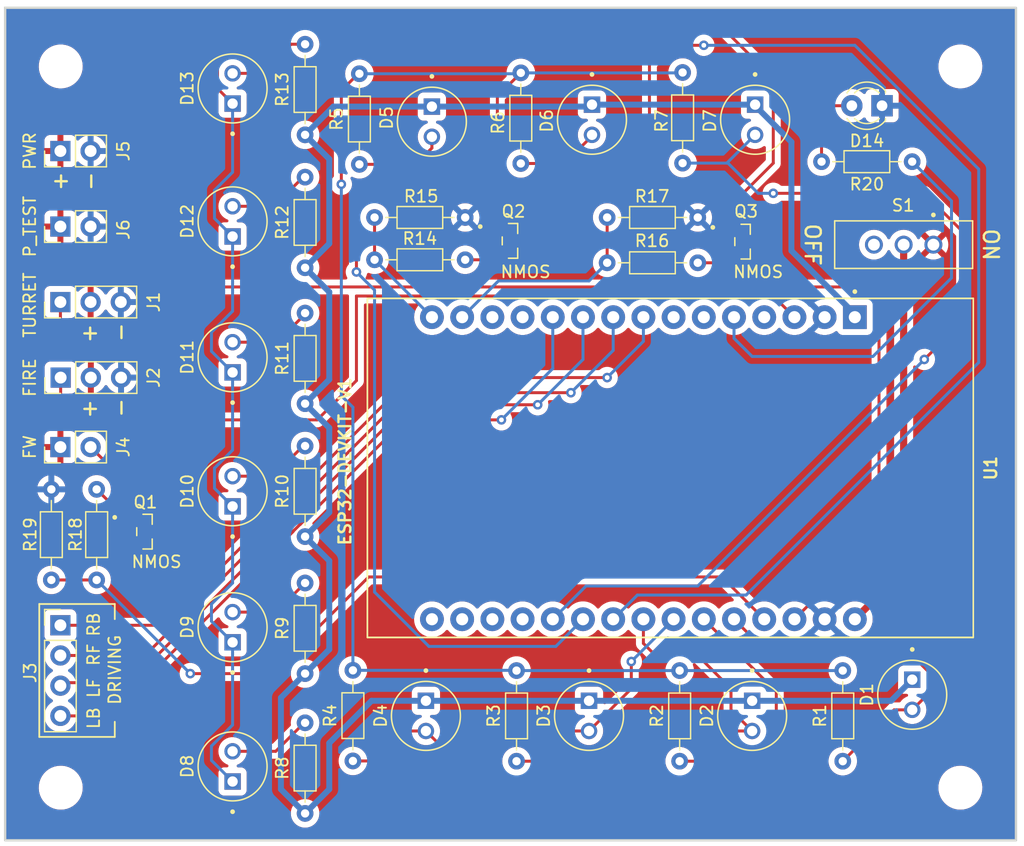
<source format=kicad_pcb>
(kicad_pcb (version 20221018) (generator pcbnew)
  (title_block (title "RC-TTT") (date "2/24/2024") (rev "V1"))
  (layers (0 "F.Cu" signal) (31 "B.Cu" signal) (34 "B.Paste" user) (35 "F.Paste" user) (36 "B.SilkS" user "B.Silkscreen") (37 "F.SilkS" user "F.Silkscreen") (38 "B.Mask" user) (39 "F.Mask" user) (44 "Edge.Cuts" user))
  (net 0 "")
  (net 1 "+3V3")
  (net 2 "/IR_S_1")
  (net 3 "/IR_S_2")
  (net 4 "/IR_S_3")
  (net 5 "/IR_S_4")
  (net 6 "/IR_S_5")
  (net 7 "/IR_S_6")
  (net 8 "/IR_S_7")
  (net 9 "Net-(D10-K)")
  (net 10 "Net-(D8-A)")
  (net 11 "Net-(D9-A)")
  (net 12 "Net-(D10-A)")
  (net 13 "Net-(D11-A)")
  (net 14 "Net-(D12-A)")
  (net 15 "Net-(D13-A)")
  (net 16 "GND")
  (net 17 "Net-(D14-A)")
  (net 18 "/TURRET")
  (net 19 "/FIRE")
  (net 20 "/RB")
  (net 21 "/RF")
  (net 22 "/LF")
  (net 23 "/LB")
  (net 24 "Net-(J4-Pin_2)")
  (net 25 "Net-(Q1-G)")
  (net 26 "Net-(Q2-D)")
  (net 27 "Net-(Q2-G)")
  (net 28 "Net-(Q3-G)")
  (net 29 "/DET_NMOS")
  (net 30 "/LED_NMOS")
  (net 31 "/FW")
  (net 32 "/TEST")
  (net 33 "Net-(U1-VIN)")
  (net 44 "/3.3V")
  (footprint "Resistor_THT:R_Axial_DIN0204_L3.6mm_D1.6mm_P7.62mm_Horizontal" (layer "F.Cu") (at 138.684 87.376 180)
    (fp_text reference "R15" (at 3.699 1.778 180) (layer "F.SilkS"))
    (fp_text value "10K")
    (pad "1" thru_hole circle (at 0 0 180) (size 1.4 1.4) (drill 0.7) (layers "*.Cu" "*.Mask") (net 16 "GND"))
    (pad "2" thru_hole oval (at 7.62 0 180) (size 1.4 1.4) (drill 0.7) (layers "*.Cu" "*.Mask") (net 29 "/DET_NMOS"))
  )
  (footprint "Resistor_THT:R_Axial_DIN0204_L3.6mm_D1.6mm_P7.62mm_Horizontal" (layer "F.Cu") (at 176.271 82.682 180)
    (fp_text reference "R20" (at 3.805 -1.9) (layer "F.SilkS"))
    (fp_text value "1K")
    (pad "1" thru_hole circle (at 0 0 180) (size 1.4 1.4) (drill 0.7) (layers "*.Cu" "*.Mask") (net 32 "/TEST"))
    (pad "2" thru_hole oval (at 7.62 0 180) (size 1.4 1.4) (drill 0.7) (layers "*.Cu" "*.Mask") (net 17 "Net-(D14-A)"))
  )
  (footprint "Resistor_THT:R_Axial_DIN0204_L3.6mm_D1.6mm_P7.62mm_Horizontal" (layer "F.Cu") (at 129.789 82.9085 90)
    (fp_text reference "R5" (at 3.81 -1.92 90) (layer "F.SilkS"))
    (fp_text value "1K")
    (pad "1" thru_hole circle (at 0 0 90) (size 1.4 1.4) (drill 0.7) (layers "*.Cu" "*.Mask") (net 6 "/IR_S_5"))
    (pad "2" thru_hole oval (at 7.62 0 90) (size 1.4 1.4) (drill 0.7) (layers "*.Cu" "*.Mask") (net 26 "Net-(Q2-D)"))
  )
  (footprint "Resistor_THT:R_Axial_DIN0204_L3.6mm_D1.6mm_P7.62mm_Horizontal" (layer "F.Cu") (at 125.222 80.4275 90)
    (fp_text reference "R13" (at 3.81 -1.92 90) (layer "F.SilkS"))
    (fp_text value "100")
    (pad "1" thru_hole circle (at 0 0 90) (size 1.4 1.4) (drill 0.7) (layers "*.Cu" "*.Mask") (net 44 "/3.3V"))
    (pad "2" thru_hole oval (at 7.62 0 90) (size 1.4 1.4) (drill 0.7) (layers "*.Cu" "*.Mask") (net 15 "Net-(D13-A)"))
  )
  (footprint "tank_pcb:LEDRD254W51D580H870" (layer "F.Cu") (at 119.126 87.703 90)
    (fp_text reference "D12" (at 0 -3.81 90) (layer "F.SilkS"))
    (fp_text value "IR_LED")
    (pad "1" thru_hole rect (at -1.27 0 90) (size 1.378 1.378) (drill 0.87) (layers "*.Cu" "*.Mask") (net 9 "Net-(D10-K)"))
    (pad "2" thru_hole circle (at 1.27 0 90) (size 1.378 1.378) (drill 0.87) (layers "*.Cu" "*.Mask") (net 14 "Net-(D12-A)"))
  )
  (footprint "library_fp:MODULE_ESP32_DEVKIT_V1" (layer "F.Cu") (at 155.935 108.458 -90)
    (fp_text reference "U1" (at 0 -26.945 90) (layer "F.SilkS") (effects (font (thickness 0.2) bold)))
    (fp_text value "ESP32-DEVKIT-V1" (at -0.56 27.36 90) (layer "F.SilkS") (effects (font (thickness 0.2) bold)))
    (pad "1" thru_hole rect (at -12.7 -15.515 270) (size 2 2) (drill 1.02) (layers "*.Cu" "*.Mask") (net 44 "/3.3V"))
    (pad "2" thru_hole circle (at -12.7 -12.975 270) (size 2 2) (drill 1.02) (layers "*.Cu" "*.Mask") (net 16 "GND"))
    (pad "3" thru_hole circle (at -12.7 -10.435 270) (size 2 2) (drill 1.02) (layers "*.Cu" "*.Mask") (net 19 "/FIRE"))
    (pad "4" thru_hole circle (at -12.7 -7.895 270) (size 2 2) (drill 1.02) (layers "*.Cu" "*.Mask"))
    (pad "5" thru_hole circle (at -12.7 -5.355 270) (size 2 2) (drill 1.02) (layers "*.Cu" "*.Mask") (net 32 "/TEST"))
    (pad "6" thru_hole circle (at -12.7 -2.815 270) (size 2 2) (drill 1.02) (layers "*.Cu" "*.Mask"))
    (pad "7" thru_hole circle (at -12.7 -0.275 270) (size 2 2) (drill 1.02) (layers "*.Cu" "*.Mask"))
    (pad "8" thru_hole circle (at -12.7 2.265 270) (size 2 2) (drill 1.02) (layers "*.Cu" "*.Mask") (net 20 "/RB"))
    (pad "9" thru_hole circle (at -12.7 4.805 270) (size 2 2) (drill 1.02) (layers "*.Cu" "*.Mask") (net 21 "/RF"))
    (pad "10" thru_hole circle (at -12.7 7.345 270) (size 2 2) (drill 1.02) (layers "*.Cu" "*.Mask") (net 22 "/LF"))
    (pad "11" thru_hole circle (at -12.7 9.885 270) (size 2 2) (drill 1.02) (layers "*.Cu" "*.Mask") (net 23 "/LB"))
    (pad "12" thru_hole circle (at -12.7 12.425 270) (size 2 2) (drill 1.02) (layers "*.Cu" "*.Mask"))
    (pad "13" thru_hole circle (at -12.7 14.965 270) (size 2 2) (drill 1.02) (layers "*.Cu" "*.Mask"))
    (pad "14" thru_hole circle (at -12.7 17.505 270) (size 2 2) (drill 1.02) (layers "*.Cu" "*.Mask") (net 30 "/LED_NMOS"))
    (pad "15" thru_hole circle (at -12.7 20.045 270) (size 2 2) (drill 1.02) (layers "*.Cu" "*.Mask") (net 29 "/DET_NMOS"))
    (pad "16" thru_hole circle (at 12.7 20.045 270) (size 2 2) (drill 1.02) (layers "*.Cu" "*.Mask"))
    (pad "17" thru_hole circle (at 12.7 17.505 270) (size 2 2) (drill 1.02) (layers "*.Cu" "*.Mask"))
    (pad "18" thru_hole circle (at 12.7 14.965 270) (size 2 2) (drill 1.02) (layers "*.Cu" "*.Mask"))
    (pad "19" thru_hole circle (at 12.7 12.425 270) (size 2 2) (drill 1.02) (layers "*.Cu" "*.Mask"))
    (pad "20" thru_hole circle (at 12.7 9.885 270) (size 2 2) (drill 1.02) (layers "*.Cu" "*.Mask") (net 8 "/IR_S_7"))
    (pad "21" thru_hole circle (at 12.7 7.345 270) (size 2 2) (drill 1.02) (layers "*.Cu" "*.Mask") (net 6 "/IR_S_5"))
    (pad "22" thru_hole circle (at 12.7 4.805 270) (size 2 2) (drill 1.02) (layers "*.Cu" "*.Mask") (net 7 "/IR_S_6"))
    (pad "23" thru_hole circle (at 12.7 2.265 270) (size 2 2) (drill 1.02) (layers "*.Cu" "*.Mask") (net 3 "/IR_S_2"))
    (pad "24" thru_hole circle (at 12.7 -0.275 270) (size 2 2) (drill 1.02) (layers "*.Cu" "*.Mask") (net 4 "/IR_S_3"))
    (pad "25" thru_hole circle (at 12.7 -2.815 270) (size 2 2) (drill 1.02) (layers "*.Cu" "*.Mask") (net 5 "/IR_S_4"))
    (pad "26" thru_hole circle (at 12.7 -5.355 270) (size 2 2) (drill 1.02) (layers "*.Cu" "*.Mask") (net 2 "/IR_S_1"))
    (pad "27" thru_hole circle (at 12.7 -7.895 270) (size 2 2) (drill 1.02) (layers "*.Cu" "*.Mask") (net 31 "/FW"))
    (pad "28" thru_hole circle (at 12.7 -10.435 270) (size 2 2) (drill 1.02) (layers "*.Cu" "*.Mask") (net 18 "/TURRET"))
    (pad "29" thru_hole circle (at 12.7 -12.975 270) (size 2 2) (drill 1.02) (layers "*.Cu" "*.Mask") (net 16 "GND"))
    (pad "30" thru_hole circle (at 12.7 -15.515 270) (size 2 2) (drill 1.02) (layers "*.Cu" "*.Mask") (net 33 "Net-(U1-VIN)"))
  )
  (footprint "2N7002LT1G:SOT95P240X111-3N" (layer "F.Cu") (at 162.008 89.408)
    (fp_text reference "Q3" (at 0.298 -2.54) (layer "F.SilkS"))
    (fp_text value "NMOS" (at 1.314 2.54) (layer "F.SilkS"))
    (pad "1" smd roundrect (at -1.06 -0.95) (size 1.23 0.6) (layers "F.Cu" "F.Paste" "F.Mask") (roundrect_rratio 0.07) (net 9 "Net-(D10-K)"))
    (pad "2" smd roundrect (at -1.06 0.95) (size 1.23 0.6) (layers "F.Cu" "F.Paste" "F.Mask") (roundrect_rratio 0.07) (net 28 "Net-(Q3-G)"))
    (pad "3" smd roundrect (at 1.06 0) (size 1.23 0.6) (layers "F.Cu" "F.Paste" "F.Mask") (roundrect_rratio 0.07) (net 16 "GND"))
  )
  (footprint "2N7002LT1G:SOT95P240X111-3N" (layer "F.Cu") (at 142.45 89.342)
    (fp_text reference "Q2" (at 0.298 -2.474) (layer "F.SilkS"))
    (fp_text value "NMOS" (at 1.314 2.606) (layer "F.SilkS"))
    (pad "1" smd roundrect (at -1.06 -0.95) (size 1.23 0.6) (layers "F.Cu" "F.Paste" "F.Mask") (roundrect_rratio 0.07) (net 26 "Net-(Q2-D)"))
    (pad "2" smd roundrect (at -1.06 0.95) (size 1.23 0.6) (layers "F.Cu" "F.Paste" "F.Mask") (roundrect_rratio 0.07) (net 27 "Net-(Q2-G)"))
    (pad "3" smd roundrect (at 1.06 0) (size 1.23 0.6) (layers "F.Cu" "F.Paste" "F.Mask") (roundrect_rratio 0.07) (net 16 "GND"))
  )
  (footprint "Resistor_THT:R_Axial_DIN0204_L3.6mm_D1.6mm_P7.62mm_Horizontal" (layer "F.Cu") (at 138.684 90.932 180)
    (fp_text reference "R14" (at 3.81 1.778 180) (layer "F.SilkS"))
    (fp_text value "100")
    (pad "1" thru_hole circle (at 0 0 180) (size 1.4 1.4) (drill 0.7) (layers "*.Cu" "*.Mask") (net 27 "Net-(Q2-G)"))
    (pad "2" thru_hole oval (at 7.62 0 180) (size 1.4 1.4) (drill 0.7) (layers "*.Cu" "*.Mask") (net 29 "/DET_NMOS"))
  )
  (footprint "tank_pcb:LEDRD254W51D580H870" (layer "F.Cu") (at 176.276 127.508 -90)
    (fp_text reference "D1" (at 0 3.81 -270) (layer "F.SilkS"))
    (fp_text value "IR_Photo")
    (pad "1" thru_hole rect (at -1.27 0 270) (size 1.378 1.378) (drill 0.87) (layers "*.Cu" "*.Mask") (net 44 "/3.3V"))
    (pad "2" thru_hole circle (at 1.27 0 270) (size 1.378 1.378) (drill 0.87) (layers "*.Cu" "*.Mask") (net 2 "/IR_S_1"))
  )
  (footprint "Resistor_THT:R_Axial_DIN0204_L3.6mm_D1.6mm_P7.62mm_Horizontal" (layer "F.Cu") (at 125.222 125.73 90)
    (fp_text reference "R9" (at 3.81 -1.92 90) (layer "F.SilkS"))
    (fp_text value "100")
    (pad "1" thru_hole circle (at 0 0 90) (size 1.4 1.4) (drill 0.7) (layers "*.Cu" "*.Mask") (net 44 "/3.3V"))
    (pad "2" thru_hole oval (at 7.62 0 90) (size 1.4 1.4) (drill 0.7) (layers "*.Cu" "*.Mask") (net 11 "Net-(D9-A)"))
  )
  (footprint "Resistor_THT:R_Axial_DIN0204_L3.6mm_D1.6mm_P7.62mm_Horizontal" (layer "F.Cu") (at 156.967 82.804 90)
    (fp_text reference "R7" (at 3.556 -1.773 90) (layer "F.SilkS"))
    (fp_text value "1K")
    (pad "1" thru_hole circle (at 0 0 90) (size 1.4 1.4) (drill 0.7) (layers "*.Cu" "*.Mask") (net 8 "/IR_S_7"))
    (pad "2" thru_hole oval (at 7.62 0 90) (size 1.4 1.4) (drill 0.7) (layers "*.Cu" "*.Mask") (net 26 "Net-(Q2-D)"))
  )
  (footprint "Resistor_THT:R_Axial_DIN0204_L3.6mm_D1.6mm_P7.62mm_Horizontal" (layer "F.Cu") (at 156.718 133.096 90)
    (fp_text reference "R2" (at 3.81 -1.92 90) (layer "F.SilkS"))
    (fp_text value "1K")
    (pad "1" thru_hole circle (at 0 0 90) (size 1.4 1.4) (drill 0.7) (layers "*.Cu" "*.Mask") (net 3 "/IR_S_2"))
    (pad "2" thru_hole oval (at 7.62 0 90) (size 1.4 1.4) (drill 0.7) (layers "*.Cu" "*.Mask") (net 26 "Net-(Q2-D)"))
  )
  (footprint "tank_pcb:LEDRD254W51D580H870" (layer "F.Cu") (at 119.126 76.527 90)
    (fp_text reference "D13" (at 0 -3.81 90) (layer "F.SilkS"))
    (fp_text value "IR_LED")
    (pad "1" thru_hole rect (at -1.27 0 90) (size 1.378 1.378) (drill 0.87) (layers "*.Cu" "*.Mask") (net 9 "Net-(D10-K)"))
    (pad "2" thru_hole circle (at 1.27 0 90) (size 1.378 1.378) (drill 0.87) (layers "*.Cu" "*.Mask") (net 15 "Net-(D13-A)"))
  )
  (footprint "Resistor_THT:R_Axial_DIN0204_L3.6mm_D1.6mm_P7.62mm_Horizontal" (layer "F.Cu") (at 158.242 87.376 180)
    (fp_text reference "R17" (at 3.842 1.778 180) (layer "F.SilkS"))
    (fp_text value "10K")
    (pad "1" thru_hole circle (at 0 0 180) (size 1.4 1.4) (drill 0.7) (layers "*.Cu" "*.Mask") (net 16 "GND"))
    (pad "2" thru_hole oval (at 7.62 0 180) (size 1.4 1.4) (drill 0.7) (layers "*.Cu" "*.Mask") (net 30 "/LED_NMOS"))
  )
  (footprint "tank_pcb:LEDRD254W51D580H870" (layer "F.Cu") (at 119.126 99.133 90)
    (fp_text reference "D11" (at 0 -3.81 90) (layer "F.SilkS"))
    (fp_text value "IR_LED")
    (pad "1" thru_hole rect (at -1.27 0 90) (size 1.378 1.378) (drill 0.87) (layers "*.Cu" "*.Mask") (net 9 "Net-(D10-K)"))
    (pad "2" thru_hole circle (at 1.27 0 90) (size 1.378 1.378) (drill 0.87) (layers "*.Cu" "*.Mask") (net 13 "Net-(D11-A)"))
  )
  (footprint "MountingHole:MountingHole_3.2mm_M3" (layer "F.Cu") (at 180.324 135.324)
    (fp_text reference "REF**" hide)
    (fp_text value "M3_4" hide)
    (pad "" np_thru_hole circle (at 0 0) (size 3.2 3.2) (drill 3.2) (layers "F&B.Cu" "*.Mask"))
  )
  (footprint "Connector_PinHeader_2.54mm:PinHeader_1x03_P2.54mm_Vertical" (layer "F.Cu") (at 104.648 94.488 90)
    (fp_text reference "J1" (at 0 7.835 90) (layer "F.SilkS"))
    (fp_text value "TURRET" (at -0.254 -2.579 90) (layer "F.SilkS"))
    (pad "1" thru_hole rect (at 0 0 90) (size 1.7 1.7) (drill 1) (layers "*.Cu" "*.Mask") (net 18 "/TURRET"))
    (pad "2" thru_hole oval (at 0 2.54 90) (size 1.7 1.7) (drill 1) (layers "*.Cu" "*.Mask") (net 1 "+3V3"))
    (pad "3" thru_hole oval (at 0 5.08 90) (size 1.7 1.7) (drill 1) (layers "*.Cu" "*.Mask") (net 16 "GND"))
  )
  (footprint "Resistor_THT:R_Axial_DIN0204_L3.6mm_D1.6mm_P7.62mm_Horizontal" (layer "F.Cu") (at 170.434 133.096 90)
    (fp_text reference "R1" (at 3.81 -1.92 90) (layer "F.SilkS"))
    (fp_text value "1K")
    (pad "1" thru_hole circle (at 0 0 90) (size 1.4 1.4) (drill 0.7) (layers "*.Cu" "*.Mask") (net 2 "/IR_S_1"))
    (pad "2" thru_hole oval (at 7.62 0 90) (size 1.4 1.4) (drill 0.7) (layers "*.Cu" "*.Mask") (net 26 "Net-(Q2-D)"))
  )
  (footprint "2N7002LT1G:SOT95P240X111-3N" (layer "F.Cu") (at 111.716 113.792)
    (fp_text reference "Q1" (at 0.078 -2.474) (layer "F.SilkS"))
    (fp_text value "NMOS" (at 1.016 2.54) (layer "F.SilkS"))
    (pad "1" smd roundrect (at -1.06 -0.95) (size 1.23 0.6) (layers "F.Cu" "F.Paste" "F.Mask") (roundrect_rratio 0.07) (net 24 "Net-(J4-Pin_2)"))
    (pad "2" smd roundrect (at -1.06 0.95) (size 1.23 0.6) (layers "F.Cu" "F.Paste" "F.Mask") (roundrect_rratio 0.07) (net 25 "Net-(Q1-G)"))
    (pad "3" smd roundrect (at 1.06 0) (size 1.23 0.6) (layers "F.Cu" "F.Paste" "F.Mask") (roundrect_rratio 0.07) (net 16 "GND"))
  )
  (footprint "Resistor_THT:R_Axial_DIN0204_L3.6mm_D1.6mm_P7.62mm_Horizontal" (layer "F.Cu") (at 143.3625 82.8355 90)
    (fp_text reference "R6" (at 3.424 -1.92 90) (layer "F.SilkS"))
    (fp_text value "1K")
    (pad "1" thru_hole circle (at 0 0 90) (size 1.4 1.4) (drill 0.7) (layers "*.Cu" "*.Mask") (net 7 "/IR_S_6"))
    (pad "2" thru_hole oval (at 7.62 0 90) (size 1.4 1.4) (drill 0.7) (layers "*.Cu" "*.Mask") (net 26 "Net-(Q2-D)"))
  )
  (footprint "tank_pcb:LEDRD254W51D580H870" (layer "F.Cu") (at 119.126 133.534 90)
    (fp_text reference "D8" (at 0 -3.81 90) (layer "F.SilkS"))
    (fp_text value "IR_LED")
    (pad "1" thru_hole rect (at -1.27 0 90) (size 1.378 1.378) (drill 0.87) (layers "*.Cu" "*.Mask") (net 9 "Net-(D10-K)"))
    (pad "2" thru_hole circle (at 1.27 0 90) (size 1.378 1.378) (drill 0.87) (layers "*.Cu" "*.Mask") (net 10 "Net-(D8-A)"))
  )
  (footprint "Connector_PinHeader_2.54mm:PinHeader_1x03_P2.54mm_Vertical" (layer "F.Cu") (at 104.668 100.838 90)
    (fp_text reference "J2" (at 0 7.815 90) (layer "F.SilkS"))
    (fp_text value "FIRE" (at 0 -2.599 90) (layer "F.SilkS"))
    (pad "1" thru_hole rect (at 0 0 90) (size 1.7 1.7) (drill 1) (layers "*.Cu" "*.Mask") (net 19 "/FIRE"))
    (pad "2" thru_hole oval (at 0 2.54 90) (size 1.7 1.7) (drill 1) (layers "*.Cu" "*.Mask") (net 1 "+3V3"))
    (pad "3" thru_hole oval (at 0 5.08 90) (size 1.7 1.7) (drill 1) (layers "*.Cu" "*.Mask") (net 16 "GND"))
  )
  (footprint "Resistor_THT:R_Axial_DIN0204_L3.6mm_D1.6mm_P7.62mm_Horizontal" (layer "F.Cu") (at 129.244 133.075 90)
    (fp_text reference "R4" (at 3.81 -1.92 90) (layer "F.SilkS"))
    (fp_text value "1K")
    (pad "1" thru_hole circle (at 0 0 90) (size 1.4 1.4) (drill 0.7) (layers "*.Cu" "*.Mask") (net 5 "/IR_S_4"))
    (pad "2" thru_hole oval (at 7.62 0 90) (size 1.4 1.4) (drill 0.7) (layers "*.Cu" "*.Mask") (net 26 "Net-(Q2-D)"))
  )
  (footprint "Resistor_THT:R_Axial_DIN0204_L3.6mm_D1.6mm_P7.62mm_Horizontal" (layer "F.Cu") (at 125.222 137.487 90)
    (fp_text reference "R8" (at 3.81 -1.92 90) (layer "F.SilkS"))
    (fp_text value "100")
    (pad "1" thru_hole circle (at 0 0 90) (size 1.4 1.4) (drill 0.7) (layers "*.Cu" "*.Mask") (net 44 "/3.3V"))
    (pad "2" thru_hole oval (at 7.62 0 90) (size 1.4 1.4) (drill 0.7) (layers "*.Cu" "*.Mask") (net 10 "Net-(D8-A)"))
  )
  (footprint "tank_pcb:LEDRD254W51D580H870" (layer "F.Cu") (at 135.885 79.321 -90)
    (fp_text reference "D5" (at -0.327 3.805 90) (layer "F.SilkS"))
    (fp_text value "IR_Photo")
    (pad "1" thru_hole rect (at -1.27 0 270) (size 1.378 1.378) (drill 0.87) (layers "*.Cu" "*.Mask") (net 44 "/3.3V"))
    (pad "2" thru_hole circle (at 1.27 0 270) (size 1.378 1.378) (drill 0.87) (layers "*.Cu" "*.Mask") (net 6 "/IR_S_5"))
  )
  (footprint "Resistor_THT:R_Axial_DIN0204_L3.6mm_D1.6mm_P7.62mm_Horizontal" (layer "F.Cu") (at 107.696 117.856 90)
    (fp_text reference "R18" (at 3.81 -1.778 90) (layer "F.SilkS"))
    (fp_text value "100")
    (pad "1" thru_hole circle (at 0 0 90) (size 1.4 1.4) (drill 0.7) (layers "*.Cu" "*.Mask") (net 31 "/FW"))
    (pad "2" thru_hole oval (at 7.62 0 90) (size 1.4 1.4) (drill 0.7) (layers "*.Cu" "*.Mask") (net 25 "Net-(Q1-G)"))
  )
  (footprint "tank_pcb:LEDRD254W51D580H870" (layer "F.Cu") (at 119.126 110.3995 90)
    (fp_text reference "D10" (at 0 -3.81 90) (layer "F.SilkS"))
    (fp_text value "IR_LED")
    (pad "1" thru_hole rect (at -1.27 0 90) (size 1.378 1.378) (drill 0.87) (layers "*.Cu" "*.Mask") (net 9 "Net-(D10-K)"))
    (pad "2" thru_hole circle (at 1.27 0 90) (size 1.378 1.378) (drill 0.87) (layers "*.Cu" "*.Mask") (net 12 "Net-(D10-A)"))
  )
  (footprint "LED_THT:LED_D3.0mm" (layer "F.Cu") (at 173.736 77.978 180)
    (fp_text reference "D14" (at 1.27 -2.96) (layer "F.SilkS"))
    (fp_text value "Test_LED")
    (pad "1" thru_hole rect (at 0 0 180) (size 1.8 1.8) (drill 0.9) (layers "*.Cu" "*.Mask") (net 16 "GND"))
    (pad "2" thru_hole circle (at 2.54 0 180) (size 1.8 1.8) (drill 0.9) (layers "*.Cu" "*.Mask") (net 17 "Net-(D14-A)"))
  )
  (footprint "MountingHole:MountingHole_3.2mm_M3" (layer "F.Cu") (at 104.676 74.676)
    (fp_text reference "REF**" hide)
    (fp_text value "M3_1" hide)
    (pad "" np_thru_hole circle (at 0 0) (size 3.2 3.2) (drill 3.2) (layers "F&B.Cu" "*.Mask"))
  )
  (footprint "library_fp:SW_EG1218" (layer "F.Cu") (at 175.554 89.662 180)
    (fp_text reference "S1" (at 0.04 3.302) (layer "F.SilkS"))
    (fp_text value "EG1218" hide)
    (fp_text user "OFF" (at 7.66 0 270 unlocked) (layer "F.SilkS") (effects (font (size 1.27 1.27) (thickness 0.2))))
    (fp_text user "ON" (at -7.326 0 270 unlocked) (layer "F.SilkS") (effects (font (size 1.27 1.27) (thickness 0.2))))
    (pad "1" thru_hole circle (at -2.5 0 180) (size 1.508 1.508) (drill 1) (layers "*.Cu" "*.Mask") (net 1 "+3V3"))
    (pad "2" thru_hole circle (at 0 0 180) (size 1.508 1.508) (drill 1) (layers "*.Cu" "*.Mask") (net 33 "Net-(U1-VIN)"))
    (pad "3" thru_hole circle (at 2.5 0 180) (size 1.508 1.508) (drill 1) (layers "*.Cu" "*.Mask"))
  )
  (footprint "Resistor_THT:R_Axial_DIN0204_L3.6mm_D1.6mm_P7.62mm_Horizontal" (layer "F.Cu") (at 158.242 91.186 180)
    (fp_text reference "R16" (at 3.842 1.844 180) (layer "F.SilkS"))
    (fp_text value "100")
    (pad "1" thru_hole circle (at 0 0 180) (size 1.4 1.4) (drill 0.7) (layers "*.Cu" "*.Mask") (net 28 "Net-(Q3-G)"))
    (pad "2" thru_hole oval (at 7.62 0 180) (size 1.4 1.4) (drill 0.7) (layers "*.Cu" "*.Mask") (net 30 "/LED_NMOS"))
  )
  (footprint "Connector_PinHeader_2.54mm:PinHeader_1x04_P2.54mm_Vertical" (layer "F.Cu") (at 104.648 121.666)
    (fp_text reference "J3" (at -2.54 3.998 90) (layer "F.SilkS"))
    (fp_text value "DRIVING" (at 4.572 3.744 90) (layer "F.SilkS"))
    (fp_text user "RF" (at 2.794 2.474 90 unlocked) (layer "F.SilkS"))
    (fp_text user "LB" (at 2.794 7.808 90 unlocked) (layer "F.SilkS"))
    (fp_text user "RB" (at 2.794 -0.066 90 unlocked) (layer "F.SilkS"))
    (fp_text user "LF" (at 2.794 5.268 90 unlocked) (layer "F.SilkS"))
    (pad "1" thru_hole rect (at 0 0) (size 1.7 1.7) (drill 1) (layers "*.Cu" "*.Mask") (net 20 "/RB"))
    (pad "2" thru_hole oval (at 0 2.54) (size 1.7 1.7) (drill 1) (layers "*.Cu" "*.Mask") (net 21 "/RF"))
    (pad "3" thru_hole oval (at 0 5.08) (size 1.7 1.7) (drill 1) (layers "*.Cu" "*.Mask") (net 22 "/LF"))
    (pad "4" thru_hole oval (at 0 7.62) (size 1.7 1.7) (drill 1) (layers "*.Cu" "*.Mask") (net 23 "/LB"))
  )
  (footprint "tank_pcb:LEDRD254W51D580H870" (layer "F.Cu") (at 163.063 79.1575 -90)
    (fp_text reference "D7" (at 0.0905 3.805 90) (layer "F.SilkS"))
    (fp_text value "IR_Photo")
    (pad "1" thru_hole rect (at -1.27 0 270) (size 1.378 1.378) (drill 0.87) (layers "*.Cu" "*.Mask") (net 44 "/3.3V"))
    (pad "2" thru_hole circle (at 1.27 0 270) (size 1.378 1.378) (drill 0.87) (layers "*.Cu" "*.Mask") (net 8 "/IR_S_7"))
  )
  (footprint "Connector_PinHeader_2.54mm:PinHeader_1x02_P2.54mm_Vertical" (layer "F.Cu") (at 104.648 88.138 90)
    (fp_text reference "J6" (at -0.254 5.295 90) (layer "F.SilkS"))
    (fp_text value "P_TEST" (at 0 -2.579 90) (layer "F.SilkS"))
    (pad "1" thru_hole rect (at 0 0 90) (size 1.7 1.7) (drill 1) (layers "*.Cu" "*.Mask") (net 1 "+3V3"))
    (pad "2" thru_hole oval (at 0 2.54 90) (size 1.7 1.7) (drill 1) (layers "*.Cu" "*.Mask") (net 16 "GND"))
  )
  (footprint "Resistor_THT:R_Axial_DIN0204_L3.6mm_D1.6mm_P7.62mm_Horizontal" (layer "F.Cu") (at 125.222 114.2095 90)
    (fp_text reference "R10" (at 3.81 -1.92 90) (layer "F.SilkS"))
    (fp_text value "100")
    (pad "1" thru_hole circle (at 0 0 90) (size 1.4 1.4) (drill 0.7) (layers "*.Cu" "*.Mask") (net 44 "/3.3V"))
    (pad "2" thru_hole oval (at 7.62 0 90) (size 1.4 1.4) (drill 0.7) (layers "*.Cu" "*.Mask") (net 12 "Net-(D10-A)"))
  )
  (footprint "Connector_PinHeader_2.54mm:PinHeader_1x02_P2.54mm_Vertical" (layer "F.Cu") (at 104.648 81.788 90)
    (fp_text reference "J5" (at 0 5.295 90) (layer "F.SilkS"))
    (fp_text value "PWR" (at 0 -2.579 90) (layer "F.SilkS"))
    (fp_text user "+" (at -2.54 -0.039 90 unlocked) (layer "F.SilkS") (effects (font (size 1.27 1.27) (thickness 0.2)) (justify mirror)))
    (fp_text user "-" (at -2.54 2.501 90 unlocked) (layer "F.SilkS") (effects (font (size 1.27 1.27) (thickness 0.2)) (justify mirror)))
    (pad "1" thru_hole rect (at 0 0 90) (size 1.7 1.7) (drill 1) (layers "*.Cu" "*.Mask") (net 1 "+3V3"))
    (pad "2" thru_hole oval (at 0 2.54 90) (size 1.7 1.7) (drill 1) (layers "*.Cu" "*.Mask") (net 16 "GND"))
  )
  (footprint "Connector_PinHeader_2.54mm:PinHeader_1x02_P2.54mm_Vertical" (layer "F.Cu") (at 104.648 106.68 90)
    (fp_text reference "J4" (at 0 5.295 90) (layer "F.SilkS"))
    (fp_text value "FW" (at 0 -2.579 90) (layer "F.SilkS"))
    (pad "1" thru_hole rect (at 0 0 90) (size 1.7 1.7) (drill 1) (layers "*.Cu" "*.Mask") (net 1 "+3V3"))
    (pad "2" thru_hole oval (at 0 2.54 90) (size 1.7 1.7) (drill 1) (layers "*.Cu" "*.Mask") (net 24 "Net-(J4-Pin_2)"))
  )
  (footprint "Resistor_THT:R_Axial_DIN0204_L3.6mm_D1.6mm_P7.62mm_Horizontal" (layer "F.Cu") (at 143.002 133.096 90)
    (fp_text reference "R3" (at 3.81 -1.92 90) (layer "F.SilkS"))
    (fp_text value "1K")
    (pad "1" thru_hole circle (at 0 0 90) (size 1.4 1.4) (drill 0.7) (layers "*.Cu" "*.Mask") (net 4 "/IR_S_3"))
    (pad "2" thru_hole oval (at 7.62 0 90) (size 1.4 1.4) (drill 0.7) (layers "*.Cu" "*.Mask") (net 26 "Net-(Q2-D)"))
  )
  (footprint "Resistor_THT:R_Axial_DIN0204_L3.6mm_D1.6mm_P7.62mm_Horizontal" (layer "F.Cu") (at 125.222 103.0335 90)
    (fp_text reference "R11" (at 3.81 -1.92 90) (layer "F.SilkS"))
    (fp_text value "100")
    (pad "1" thru_hole circle (at 0 0 90) (size 1.4 1.4) (drill 0.7) (layers "*.Cu" "*.Mask") (net 44 "/3.3V"))
    (pad "2" thru_hole oval (at 7.62 0 90) (size 1.4 1.4) (drill 0.7) (layers "*.Cu" "*.Mask") (net 13 "Net-(D11-A)"))
  )
  (footprint "MountingHole:MountingHole_3.2mm_M3" (layer "F.Cu") (at 180.324 74.676)
    (fp_text reference "REF**" hide)
    (fp_text value "M3_3" hide)
    (pad "" np_thru_hole circle (at 0 0) (size 3.2 3.2) (drill 3.2) (layers "*.Cu" "*.Mask"))
  )
  (footprint "tank_pcb:LEDRD254W51D580H870" (layer "F.Cu") (at 135.382 129.286 -90)
    (fp_text reference "D4" (at 0 3.81 -270) (layer "F.SilkS"))
    (fp_text value "IR_Photo")
    (pad "1" thru_hole rect (at -1.27 0 270) (size 1.378 1.378) (drill 0.87) (layers "*.Cu" "*.Mask") (net 44 "/3.3V"))
    (pad "2" thru_hole circle (at 1.27 0 270) (size 1.378 1.378) (drill 0.87) (layers "*.Cu" "*.Mask") (net 5 "/IR_S_4"))
  )
  (footprint "Resistor_THT:R_Axial_DIN0204_L3.6mm_D1.6mm_P7.62mm_Horizontal" (layer "F.Cu") (at 125.222 91.6035 90)
    (fp_text reference "R12" (at 3.81 -1.92 90) (layer "F.SilkS"))
    (fp_text value "100")
    (pad "1" thru_hole circle (at 0 0 90) (size 1.4 1.4) (drill 0.7) (layers "*.Cu" "*.Mask") (net 44 "/3.3V"))
    (pad "2" thru_hole oval (at 7.62 0 90) (size 1.4 1.4) (drill 0.7) (layers "*.Cu" "*.Mask") (net 14 "Net-(D12-A)"))
  )
  (footprint "tank_pcb:LEDRD254W51D580H870" (layer "F.Cu") (at 149.347 79.1575 -90)
    (fp_text reference "D6" (at 0.0905 3.805 90) (layer "F.SilkS"))
    (fp_text value "IR_Photo")
    (pad "1" thru_hole rect (at -1.27 0 270) (size 1.378 1.378) (drill 0.87) (layers "*.Cu" "*.Mask") (net 44 "/3.3V"))
    (pad "2" thru_hole circle (at 1.27 0 270) (size 1.378 1.378) (drill 0.87) (layers "*.Cu" "*.Mask") (net 7 "/IR_S_6"))
  )
  (footprint "tank_pcb:LEDRD254W51D580H870" (layer "F.Cu") (at 119.126 121.8295 90)
    (fp_text reference "D9" (at 0 -3.81 90) (layer "F.SilkS"))
    (fp_text value "IR_LED")
    (pad "1" thru_hole rect (at -1.27 0 90) (size 1.378 1.378) (drill 0.87) (layers "*.Cu" "*.Mask") (net 9 "Net-(D10-K)"))
    (pad "2" thru_hole circle (at 1.27 0 90) (size 1.378 1.378) (drill 0.87) (layers "*.Cu" "*.Mask") (net 11 "Net-(D9-A)"))
  )
  (footprint "MountingHole:MountingHole_3.2mm_M3" (layer "F.Cu") (at 104.676 135.324)
    (fp_text reference "REF**" hide)
    (fp_text value "M3_2" hide)
    (pad "" np_thru_hole circle (at 0 0) (size 3.2 3.2) (drill 3.2) (layers "F&B.Cu" "*.Mask"))
  )
  (footprint "Resistor_THT:R_Axial_DIN0204_L3.6mm_D1.6mm_P7.62mm_Horizontal" (layer "F.Cu") (at 103.886 117.856 90)
    (fp_text reference "R19" (at 3.81 -1.778 90) (layer "F.SilkS"))
    (fp_text value "10K")
    (pad "1" thru_hole circle (at 0 0 90) (size 1.4 1.4) (drill 0.7) (layers "*.Cu" "*.Mask") (net 31 "/FW"))
    (pad "2" thru_hole oval (at 7.62 0 90) (size 1.4 1.4) (drill 0.7) (layers "*.Cu" "*.Mask") (net 16 "GND"))
  )
  (footprint "tank_pcb:LEDRD254W51D580H870" (layer "F.Cu") (at 149.098 129.286 -90)
    (fp_text reference "D3" (at 0 3.81 -270) (layer "F.SilkS"))
    (fp_text value "IR_Photo")
    (pad "1" thru_hole rect (at -1.27 0 270) (size 1.378 1.378) (drill 0.87) (layers "*.Cu" "*.Mask") (net 44 "/3.3V"))
    (pad "2" thru_hole circle (at 1.27 0 270) (size 1.378 1.378) (drill 0.87) (layers "*.Cu" "*.Mask") (net 4 "/IR_S_3"))
  )
  (footprint "tank_pcb:LEDRD254W51D580H870" (layer "F.Cu") (at 162.814 129.286 -90)
    (fp_text reference "D2" (at 0 3.81 -270) (layer "F.SilkS"))
    (fp_text value "IR_Photo")
    (pad "1" thru_hole rect (at -1.27 0 270) (size 1.378 1.378) (drill 0.87) (layers "*.Cu" "*.Mask") (net 44 "/3.3V"))
    (pad "2" thru_hole circle (at 1.27 0 270) (size 1.378 1.378) (drill 0.87) (layers "*.Cu" "*.Mask") (net 3 "/IR_S_2"))
  )
  (gr_line (start 109.22 131.054) (end 109.22 129.784) (stroke (width 0.15)) (layer "F.SilkS"))
  (gr_line (start 109.22 119.878) (end 109.22 121.148) (stroke (width 0.15)) (layer "F.SilkS"))
  (gr_line (start 102.87 119.878) (end 102.87 131.054) (stroke (width 0.15)) (layer "F.SilkS"))
  (gr_line (start 102.87 131.054) (end 109.22 131.054) (stroke (width 0.15)) (layer "F.SilkS"))
  (gr_line (start 109.22 119.878) (end 102.87 119.878) (stroke (width 0.15)) (layer "F.SilkS"))
  (gr_rect (start 100 69.746) (end 185 139.746) (stroke (width 0.2)) (fill none) (layer "Edge.Cuts"))
  (gr_text "+" (at 107.149 103.378) (layer "F.SilkS") (effects (font (size 1.27 1.27) (thickness 0.2)) (justify mirror)))
  (gr_text "-" (at 109.689 97.028 90) (layer "F.SilkS") (effects (font (size 1.27 1.27) (thickness 0.2)) (justify mirror)))
  (gr_text "-" (at 109.689 103.378 90) (layer "F.SilkS") (effects (font (size 1.27 1.27) (thickness 0.2)) (justify mirror)))
  (gr_text "+" (at 107.149 97.028) (layer "F.SilkS") (effects (font (size 1.27 1.27) (thickness 0.2)) (justify mirror)))
  (segment (start 176.276 128.778) (end 174.752 128.778) (width 0.25) (layer "F.Cu") (net 2))
  (segment (start 175.514 123.444) (end 163.576 123.444) (width 0.25) (layer "F.Cu") (net 2))
  (segment (start 177.8 127.254) (end 177.8 125.73) (width 0.25) (layer "F.Cu") (net 2))
  (segment (start 174.752 128.778) (end 170.434 133.096) (width 0.25) (layer "F.Cu") (net 2))
  (segment (start 177.8 125.73) (end 175.514 123.444) (width 0.25) (layer "F.Cu") (net 2))
  (segment (start 176.276 128.778) (end 177.8 127.254) (width 0.25) (layer "F.Cu") (net 2))
  (segment (start 163.576 123.444) (end 161.29 121.158) (width 0.25) (layer "F.Cu") (net 2))
  (segment (start 161.036 127) (end 161.036 128.778) (width 0.25) (layer "F.Cu") (net 3))
  (segment (start 153.67 121.158) (end 153.67 123.19) (width 0.25) (layer "F.Cu") (net 3))
  (segment (start 158.75 133.096) (end 161.29 130.556) (width 0.25) (layer "F.Cu") (net 3))
  (segment (start 161.036 128.778) (end 162.814 130.556) (width 0.25) (layer "F.Cu") (net 3))
  (segment (start 161.29 130.556) (end 162.814 130.556) (width 0.25) (layer "F.Cu") (net 3))
  (segment (start 154.432 123.952) (end 157.988 123.952) (width 0.25) (layer "F.Cu") (net 3))
  (segment (start 153.67 123.19) (end 154.432 123.952) (width 0.25) (layer "F.Cu") (net 3))
  (segment (start 156.718 133.096) (end 158.75 133.096) (width 0.25) (layer "F.Cu") (net 3))
  (segment (start 157.988 123.952) (end 161.036 127) (width 0.25) (layer "F.Cu") (net 3))
  (segment (start 143.002 133.096) (end 145.034 133.096) (width 0.25) (layer "F.Cu") (net 4))
  (segment (start 145.034 133.096) (end 147.574 130.556) (width 0.25) (layer "F.Cu") (net 4))
  (segment (start 147.574 130.556) (end 149.098 130.556) (width 0.25) (layer "F.Cu") (net 4))
  (segment (start 152.654 124.714) (end 152.654 127) (width 0.25) (layer "F.Cu") (net 4))
  (segment (start 152.654 127) (end 149.098 130.556) (width 0.25) (layer "F.Cu") (net 4))
  (via (at 152.654 124.714) (size 0.8) (drill 0.4) (layers "F.Cu" "B.Cu") (net 4))
  (segment (start 152.654 124.714) (end 156.21 121.158) (width 0.25) (layer "B.Cu") (net 4))
  (segment (start 129.244 133.075) (end 130.577 133.075) (width 0.25) (layer "F.Cu") (net 5))
  (segment (start 133.096 130.556) (end 135.382 130.556) (width 0.25) (layer "F.Cu") (net 5))
  (segment (start 164.846 131.191) (end 164.846 127.254) (width 0.25) (layer "F.Cu") (net 5))
  (segment (start 139.446 134.62) (end 161.417 134.62) (width 0.25) (layer "F.Cu") (net 5))
  (segment (start 164.846 127.254) (end 158.75 121.158) (width 0.25) (layer "F.Cu") (net 5))
  (segment (start 130.577 133.075) (end 133.096 130.556) (width 0.25) (layer "F.Cu") (net 5))
  (segment (start 135.382 130.556) (end 139.446 134.62) (width 0.25) (layer "F.Cu") (net 5))
  (segment (start 161.417 134.62) (end 164.846 131.191) (width 0.25) (layer "F.Cu") (net 5))
  (segment (start 135.885 81.539) (end 134.5155 82.9085) (width 0.25) (layer "F.Cu") (net 6))
  (segment (start 132.588 82.9085) (end 129.789 82.9085) (width 0.25) (layer "F.Cu") (net 6))
  (segment (start 129.54 86.868) (end 132.588 83.82) (width 0.25) (layer "F.Cu") (net 6))
  (segment (start 135.885 80.591) (end 135.885 81.539) (width 0.25) (layer "F.Cu") (net 6))
  (segment (start 129.54 91.957305) (end 129.54 86.868) (width 0.25) (layer "F.Cu") (net 6))
  (segment (start 134.5155 82.9085) (end 132.588 82.9085) (width 0.25) (layer "F.Cu") (net 6))
  (segment (start 132.588 83.82) (end 132.588 82.9085) (width 0.25) (layer "F.Cu") (net 6))
  (via (at 129.54 91.957305) (size 0.8) (drill 0.4) (layers "F.Cu" "B.Cu") (net 6))
  (segment (start 131.064 118.872) (end 135.636 123.444) (width 0.25) (layer "B.Cu") (net 6))
  (segment (start 135.636 123.444) (end 146.304 123.444) (width 0.25) (layer "B.Cu") (net 6))
  (segment (start 146.304 123.444) (end 148.59 121.158) (width 0.25) (layer "B.Cu") (net 6))
  (segment (start 129.54 91.957305) (end 131.064 93.481305) (width 0.25) (layer "B.Cu") (net 6))
  (segment (start 131.064 93.481305) (end 131.064 118.872) (width 0.25) (layer "B.Cu") (net 6))
  (segment (start 149.347 80.4275) (end 149.347 80.523) (width 0.25) (layer "F.Cu") (net 7))
  (segment (start 147.0975 82.8355) (end 147.828 83.566) (width 0.25) (layer "F.Cu") (net 7))
  (segment (start 151.638 83.566) (end 154.178 81.026) (width 0.25) (layer "F.Cu") (net 7))
  (segment (start 147.0345 82.8355) (end 147.0975 82.8355) (width 0.25) (layer "F.Cu") (net 7))
  (segment (start 149.347 80.523) (end 147.0345 82.8355) (width 0.25) (layer "F.Cu") (net 7))
  (segment (start 154.178 74.422) (end 155.702 72.898) (width 0.25) (layer "F.Cu") (net 7))
  (segment (start 154.178 81.026) (end 154.178 74.422) (width 0.25) (layer "F.Cu") (net 7))
  (segment (start 155.702 72.898) (end 158.75 72.898) (width 0.25) (layer "F.Cu") (net 7))
  (segment (start 147.828 83.566) (end 151.638 83.566) (width 0.25) (layer "F.Cu") (net 7))
  (segment (start 147.0345 82.8355) (end 143.3625 82.8355) (width 0.25) (layer "F.Cu") (net 7))
  (via (at 158.75 72.898) (size 0.8) (drill 0.4) (layers "F.Cu" "B.Cu") (net 7))
  (segment (start 153.162 119.126) (end 162.306 119.126) (width 0.25) (layer "B.Cu") (net 7))
  (segment (start 162.306 119.126) (end 181.864 99.568) (width 0.25) (layer "B.Cu") (net 7))
  (segment (start 151.13 121.158) (end 153.162 119.126) (width 0.25) (layer "B.Cu") (net 7))
  (segment (start 171.45 72.898) (end 158.75 72.898) (width 0.25) (layer "B.Cu") (net 7))
  (segment (start 181.864 99.568) (end 181.864 83.312) (width 0.25) (layer "B.Cu") (net 7))
  (segment (start 181.864 83.312) (end 171.45 72.898) (width 0.25) (layer "B.Cu") (net 7))
  (segment (start 180.594 88.646) (end 180.594 96.012) (width 0.25) (layer "F.Cu") (net 8))
  (segment (start 163.063 80.4275) (end 163.063 80.523) (width 0.25) (layer "F.Cu") (net 8))
  (segment (start 164.592 85.344) (end 177.292 85.344) (width 0.25) (layer "F.Cu") (net 8))
  (segment (start 180.594 96.012) (end 177.292 99.314) (width 0.25) (layer "F.Cu") (net 8))
  (segment (start 177.292 85.344) (end 180.594 88.646) (width 0.25) (layer "F.Cu") (net 8))
  (segment (start 146.05 120.904) (end 146.05 121.158) (width 0.25) (layer "F.Cu") (net 8))
  (via (at 177.292 99.314) (size 0.8) (drill 0.4) (layers "F.Cu" "B.Cu") (net 8))
  (via (at 164.592 85.344) (size 0.8) (drill 0.4) (layers "F.Cu" "B.Cu") (net 8))
  (segment (start 163.322 85.344) (end 164.592 85.344) (width 0.25) (layer "B.Cu") (net 8))
  (segment (start 148.844 118.364) (end 146.05 121.158) (width 0.25) (layer "B.Cu") (net 8))
  (segment (start 158.242 118.364) (end 148.844 118.364) (width 0.25) (layer "B.Cu") (net 8))
  (segment (start 163.063 80.4275) (end 160.6865 82.804) (width 0.25) (layer "B.Cu") (net 8))
  (segment (start 177.292 99.314) (end 158.242 118.364) (width 0.25) (layer "B.Cu") (net 8))
  (segment (start 160.6865 82.804) (end 156.967 82.804) (width 0.25) (layer "B.Cu") (net 8))
  (segment (start 160.6865 82.804) (end 160.782 82.804) (width 0.25) (layer "B.Cu") (net 8))
  (segment (start 160.782 82.804) (end 163.322 85.344) (width 0.25) (layer "B.Cu") (net 8))
  (segment (start 160.948 86.448) (end 160.948 88.458) (width 0.25) (layer "F.Cu") (net 9))
  (segment (start 119.126 77.797) (end 117.856 76.527) (width 0.25) (layer "F.Cu") (net 9))
  (segment (start 120.904 71.374) (end 160.274 71.374) (width 0.25) (layer "F.Cu") (net 9))
  (segment (start 164.592 75.692) (end 164.592 82.804) (width 0.25) (layer "F.Cu") (net 9))
  (segment (start 117.856 74.422) (end 120.904 71.374) (width 0.25) (layer "F.Cu") (net 9))
  (segment (start 164.592 82.804) (end 160.948 86.448) (width 0.25) (layer "F.Cu") (net 9))
  (segment (start 160.274 71.374) (end 164.592 75.692) (width 0.25) (layer "F.Cu") (net 9))
  (segment (start 117.856 76.527) (end 117.856 74.422) (width 0.25) (layer "F.Cu") (net 9))
  (segment (start 117.602 110.1455) (end 119.126 111.6695) (width 0.25) (layer "B.Cu") (net 9))
  (segment (start 117.348 119.888) (end 117.348 121.3215) (width 0.25) (layer "B.Cu") (net 9))
  (segment (start 119.126 88.973) (end 119.126 95.25) (width 0.25) (layer "B.Cu") (net 9))
  (segment (start 117.602 108.458) (end 117.602 110.1455) (width 0.25) (layer "B.Cu") (net 9))
  (segment (start 117.348 131.826) (end 117.348 133.026) (width 0.25) (layer "B.Cu") (net 9))
  (segment (start 117.348 133.026) (end 119.126 134.804) (width 0.25) (layer "B.Cu") (net 9))
  (segment (start 117.602 87.449) (end 119.126 88.973) (width 0.25) (layer "B.Cu") (net 9))
  (segment (start 117.348 98.625) (end 119.126 100.403) (width 0.25) (layer "B.Cu") (net 9))
  (segment (start 119.126 118.11) (end 117.348 119.888) (width 0.25) (layer "B.Cu") (net 9))
  (segment (start 117.602 85.09) (end 117.602 87.449) (width 0.25) (layer "B.Cu") (net 9))
  (segment (start 119.126 111.6695) (end 119.126 118.11) (width 0.25) (layer "B.Cu") (net 9))
  (segment (start 119.126 77.797) (end 119.126 83.566) (width 0.25) (layer "B.Cu") (net 9))
  (segment (start 119.126 123.0995) (end 119.126 130.048) (width 0.25) (layer "B.Cu") (net 9))
  (segment (start 119.126 130.048) (end 117.348 131.826) (width 0.25) (layer "B.Cu") (net 9))
  (segment (start 119.126 106.934) (end 117.602 108.458) (width 0.25) (layer "B.Cu") (net 9))
  (segment (start 117.348 121.3215) (end 119.126 123.0995) (width 0.25) (layer "B.Cu") (net 9))
  (segment (start 117.348 97.028) (end 117.348 98.625) (width 0.25) (layer "B.Cu") (net 9))
  (segment (start 119.126 83.566) (end 117.602 85.09) (width 0.25) (layer "B.Cu") (net 9))
  (segment (start 119.126 100.403) (end 119.126 106.934) (width 0.25) (layer "B.Cu") (net 9))
  (segment (start 119.126 95.25) (end 117.348 97.028) (width 0.25) (layer "B.Cu") (net 9))
  (segment (start 119.126 132.264) (end 122.752 132.264) (width 0.25) (layer "F.Cu") (net 10))
  (segment (start 122.752 132.264) (end 125.149 129.867) (width 0.25) (layer "F.Cu") (net 10))
  (segment (start 125.149 129.867) (end 125.222 129.867) (width 0.25) (layer "F.Cu") (net 10))
  (segment (start 122.7725 120.5595) (end 125.222 118.11) (width 0.25) (layer "F.Cu") (net 11))
  (segment (start 119.126 120.5595) (end 122.7725 120.5595) (width 0.25) (layer "F.Cu") (net 11))
  (segment (start 119.126 109.1295) (end 122.5185 109.1295) (width 0.25) (layer "F.Cu") (net 12))
  (segment (start 122.5185 109.1295) (end 125.0585 106.5895) (width 0.25) (layer "F.Cu") (net 12))
  (segment (start 125.0585 106.5895) (end 125.222 106.5895) (width 0.25) (layer "F.Cu") (net 12))
  (segment (start 125.222 95.504) (end 125.222 95.4135) (width 0.25) (layer "F.Cu") (net 13))
  (segment (start 119.126 97.863) (end 122.863 97.863) (width 0.25) (layer "F.Cu") (net 13))
  (segment (start 122.863 97.863) (end 125.222 95.504) (width 0.25) (layer "F.Cu") (net 13))
  (segment (start 125.0585 83.9835) (end 125.222 83.9835) (width 0.25) (layer "F.Cu") (net 14))
  (segment (start 122.609 86.433) (end 125.0585 83.9835) (width 0.25) (layer "F.Cu") (net 14))
  (segment (start 119.126 86.433) (end 122.609 86.433) (width 0.25) (layer "F.Cu") (net 14))
  (segment (start 121.593 75.257) (end 124.0425 72.8075) (width 0.25) (layer "F.Cu") (net 15))
  (segment (start 124.0425 72.8075) (end 125.222 72.8075) (width 0.25) (layer "F.Cu") (net 15))
  (segment (start 119.126 75.257) (end 121.593 75.257) (width 0.25) (layer "F.Cu") (net 15))
  (segment (start 143.51 89.342) (end 140.65 89.342) (width 0.25) (layer "F.Cu") (net 16))
  (segment (start 106.426 115.57) (end 103.886 113.03) (width 0.25) (layer "F.Cu") (net 16))
  (segment (start 140.65 89.342) (end 138.684 87.376) (width 0.25) (layer "F.Cu") (net 16))
  (segment (start 112.776 113.792) (end 112.776 114.554) (width 0.25) (layer "F.Cu") (net 16))
  (segment (start 163.068 89.408) (end 160.274 89.408) (width 0.25) (layer "F.Cu") (net 16))
  (segment (start 111.76 115.57) (end 106.426 115.57) (width 0.25) (layer "F.Cu") (net 16))
  (segment (start 103.886 113.03) (end 103.886 110.236) (width 0.25) (layer "F.Cu") (net 16))
  (segment (start 112.776 114.554) (end 111.76 115.57) (width 0.25) (layer "F.Cu") (net 16))
  (segment (start 160.274 89.408) (end 158.242 87.376) (width 0.25) (layer "F.Cu") (net 16))
  (segment (start 168.651 78.999) (end 168.651 82.682) (width 0.25) (layer "F.Cu") (net 17))
  (segment (start 169.672 77.978) (end 168.651 78.999) (width 0.25) (layer "F.Cu") (net 17))
  (segment (start 171.196 77.978) (end 169.672 77.978) (width 0.25) (layer "F.Cu") (net 17))
  (segment (start 173.482 114.046) (end 166.37 121.158) (width 0.25) (layer "F.Cu") (net 18))
  (segment (start 118.11 93.218) (end 172.466 93.218) (width 0.25) (layer "F.Cu") (net 18))
  (segment (start 113.284 98.044) (end 118.11 93.218) (width 0.25) (layer "F.Cu") (net 18))
  (segment (start 172.466 93.218) (end 173.482 94.234) (width 0.25) (layer "F.Cu") (net 18))
  (segment (start 104.648 94.488) (end 104.648 96.774) (width 0.25) (layer "F.Cu") (net 18))
  (segment (start 104.648 96.774) (end 105.918 98.044) (width 0.25) (layer "F.Cu") (net 18))
  (segment (start 173.482 94.234) (end 173.482 114.046) (width 0.25) (layer "F.Cu") (net 18))
  (segment (start 105.918 98.044) (end 113.284 98.044) (width 0.25) (layer "F.Cu") (net 18))
  (segment (start 164.592 93.98) (end 166.37 95.758) (width 0.25) (layer "F.Cu") (net 19))
  (segment (start 104.668 103.144) (end 105.918 104.394) (width 0.25) (layer "F.Cu") (net 19))
  (segment (start 104.668 100.838) (end 104.668 103.144) (width 0.25) (layer "F.Cu") (net 19))
  (segment (start 105.918 104.394) (end 126.238 104.394) (width 0.25) (layer "F.Cu") (net 19))
  (segment (start 166.37 96.266) (end 166.37 95.758) (width 0.25) (layer "F.Cu") (net 19))
  (segment (start 129.54 101.092) (end 129.54 93.98) (width 0.25) (layer "F.Cu") (net 19))
  (segment (start 126.238 104.394) (end 129.54 101.092) (width 0.25) (layer "F.Cu") (net 19))
  (segment (start 129.54 93.98) (end 164.592 93.98) (width 0.25) (layer "F.Cu") (net 19))
  (segment (start 113.284 121.666) (end 134.112 100.838) (width 0.25) (layer "F.Cu") (net 20))
  (segment (start 104.648 121.666) (end 113.284 121.666) (width 0.25) (layer "F.Cu") (net 20))
  (segment (start 134.112 100.838) (end 147.329305 100.838) (width 0.25) (layer "F.Cu") (net 20))
  (segment (start 147.329305 100.838) (end 150.622 100.838) (width 0.25) (layer "F.Cu") (net 20))
  (via (at 150.622 100.838) (size 0.8) (drill 0.4) (layers "F.Cu" "B.Cu") (net 20))
  (segment (start 153.67 97.79) (end 153.67 95.758) (width 0.25) (layer "B.Cu") (net 20))
  (segment (start 150.622 100.838) (end 153.67 97.79) (width 0.25) (layer "B.Cu") (net 20))
  (segment (start 133.858 102.108) (end 111.76 124.206) (width 0.25) (layer "F.Cu") (net 21))
  (segment (start 111.76 124.206) (end 104.648 124.206) (width 0.25) (layer "F.Cu") (net 21))
  (segment (start 147.574 102.108) (end 133.858 102.108) (width 0.25) (layer "F.Cu") (net 21))
  (via (at 147.574 102.108) (size 0.8) (drill 0.4) (layers "F.Cu" "B.Cu") (net 21))
  (segment (start 147.574 102.108) (end 151.13 98.552) (width 0.25) (layer "B.Cu") (net 21))
  (segment (start 151.13 98.552) (end 151.13 95.758) (width 0.25) (layer "B.Cu") (net 21))
  (segment (start 104.902 126.492) (end 104.648 126.746) (width 0.25) (layer "F.Cu") (net 22))
  (segment (start 144.78 103.124) (end 133.858 103.124) (width 0.25) (layer "F.Cu") (net 22))
  (segment (start 110.49 126.492) (end 104.902 126.492) (width 0.25) (layer "F.Cu") (net 22))
  (segment (start 133.858 103.124) (end 110.49 126.492) (width 0.25) (layer "F.Cu") (net 22))
  (via (at 144.78 103.124) (size 0.8) (drill 0.4) (layers "F.Cu" "B.Cu") (net 22))
  (segment (start 148.59 99.314) (end 148.59 95.758) (width 0.25) (layer "B.Cu") (net 22))
  (segment (start 144.78 103.124) (end 148.59 99.314) (width 0.25) (layer "B.Cu") (net 22))
  (segment (start 141.732 104.394) (end 133.604 104.394) (width 0.25) (layer "F.Cu") (net 23))
  (segment (start 124.197 113.801) (end 108.712 129.286) (width 0.25) (layer "F.Cu") (net 23))
  (segment (start 124.797431 113.1845) (end 124.197 113.784931) (width 0.25) (layer "F.Cu") (net 23))
  (segment (start 133.604 104.394) (end 124.8135 113.1845) (width 0.25) (layer "F.Cu") (net 23))
  (segment (start 124.197 113.784931) (end 124.197 113.801) (width 0.25) (layer "F.Cu") (net 23))
  (segment (start 124.8135 113.1845) (end 124.797431 113.1845) (width 0.25) (layer "F.Cu") (net 23))
  (segment (start 108.712 129.286) (end 104.648 129.286) (width 0.25) (layer "F.Cu") (net 23))
  (via (at 141.732 104.394) (size 0.8) (drill 0.4) (layers "F.Cu" "B.Cu") (net 23))
  (segment (start 146.05 100.076) (end 146.05 95.758) (width 0.25) (layer "B.Cu") (net 23))
  (segment (start 141.732 104.394) (end 146.05 100.076) (width 0.25) (layer "B.Cu") (net 23))
  (segment (start 110.656 110.148) (end 107.188 106.68) (width 0.25) (layer "F.Cu") (net 24))
  (segment (start 110.656 112.842) (end 110.656 110.148) (width 0.25) (layer "F.Cu") (net 24))
  (segment (start 107.696 110.236) (end 108.712 111.252) (width 0.25) (layer "F.Cu") (net 25))
  (segment (start 108.712 111.252) (end 108.712 114.046) (width 0.25) (layer "F.Cu") (net 25))
  (segment (start 109.408 114.742) (end 110.656 114.742) (width 0.25) (layer "F.Cu") (net 25))
  (segment (start 108.712 114.046) (end 109.408 114.742) (width 0.25) (layer "F.Cu") (net 25))
  (segment (start 129.789 75.2885) (end 129.6895 75.2885) (width 0.25) (layer "F.Cu") (net 26))
  (segment (start 128.27 76.708) (end 128.27 84.582) (width 0.25) (layer "F.Cu") (net 26))
  (segment (start 143.3625 75.2155) (end 141.39 77.188) (width 0.25) (layer "F.Cu") (net 26))
  (segment (start 141.39 77.188) (end 141.39 88.392) (width 0.25) (layer "F.Cu") (net 26))
  (segment (start 129.6895 75.2885) (end 128.27 76.708) (width 0.25) (layer "F.Cu") (net 26))
  (via (at 128.27 84.582) (size 0.8) (drill 0.4) (layers "F.Cu" "B.Cu") (net 26))
  (segment (start 128.27 102.362) (end 129.244 103.336) (width 0.25) (layer "B.Cu") (net 26))
  (segment (start 156.9355 75.2155) (end 156.967 75.184) (width 0.25) (layer "B.Cu") (net 26))
  (segment (start 143.3625 75.2155) (end 156.9355 75.2155) (width 0.25) (layer "B.Cu") (net 26))
  (segment (start 129.244 125.455) (end 142.981 125.455) (width 0.25) (layer "B.Cu") (net 26))
  (segment (start 142.981 125.455) (end 143.002 125.476) (width 0.25) (layer "B.Cu") (net 26))
  (segment (start 129.789 75.2885) (end 143.2895 75.2885) (width 0.25) (layer "B.Cu") (net 26))
  (segment (start 156.718 125.476) (end 170.434 125.476) (width 0.25) (layer "B.Cu") (net 26))
  (segment (start 143.2895 75.2885) (end 143.3625 75.2155) (width 0.25) (layer "B.Cu") (net 26))
  (segment (start 128.27 84.582) (end 128.27 102.362) (width 0.25) (layer "B.Cu") (net 26))
  (segment (start 129.244 103.336) (end 129.244 125.455) (width 0.25) (layer "B.Cu") (net 26))
  (segment (start 143.002 125.476) (end 156.718 125.476) (width 0.25) (layer "B.Cu") (net 26))
  (segment (start 138.684 90.932) (end 140.75 90.932) (width 0.25) (layer "F.Cu") (net 27))
  (segment (start 140.75 90.932) (end 141.39 90.292) (width 0.25) (layer "F.Cu") (net 27))
  (segment (start 160.12 91.186) (end 160.948 90.358) (width 0.25) (layer "F.Cu") (net 28))
  (segment (start 158.242 91.186) (end 160.12 91.186) (width 0.25) (layer "F.Cu") (net 28))
  (segment (start 131.064 87.376) (end 131.064 90.932) (width 0.25) (layer "F.Cu") (net 29))
  (segment (start 131.064 90.932) (end 135.89 95.758) (width 0.25) (layer "B.Cu") (net 29))
  (segment (start 150.622 87.376) (end 150.622 91.186) (width 0.25) (layer "F.Cu") (net 30))
  (segment (start 141.478 92.71) (end 138.43 95.758) (width 0.25) (layer "B.Cu") (net 30))
  (segment (start 149.098 92.71) (end 141.478 92.71) (width 0.25) (layer "B.Cu") (net 30))
  (segment (start 150.622 91.186) (end 149.098 92.71) (width 0.25) (layer "B.Cu") (net 30))
  (segment (start 160.274 117.602) (end 163.83 121.158) (width 0.25) (layer "F.Cu") (net 31))
  (segment (start 122.437 125.73) (end 130.565 117.602) (width 0.25) (layer "F.Cu") (net 31))
  (segment (start 130.565 117.602) (end 160.274 117.602) (width 0.25) (layer "F.Cu") (net 31))
  (segment (start 103.886 117.856) (end 107.696 117.856) (width 0.25) (layer "F.Cu") (net 31))
  (segment (start 115.57 125.73) (end 122.437 125.73) (width 0.25) (layer "F.Cu") (net 31))
  (via (at 115.57 125.73) (size 0.8) (drill 0.4) (layers "F.Cu" "B.Cu") (net 31))
  (segment (start 115.57 125.73) (end 107.696 117.856) (width 0.25) (layer "B.Cu") (net 31))
  (segment (start 179.578 92.456) (end 172.974 99.06) (width 0.25) (layer "B.Cu") (net 32))
  (segment (start 176.271 82.682) (end 179.578 85.989) (width 0.25) (layer "B.Cu") (net 32))
  (segment (start 172.974 99.06) (end 162.814 99.06) (width 0.25) (layer "B.Cu") (net 32))
  (segment (start 162.814 99.06) (end 161.29 97.536) (width 0.25) (layer "B.Cu") (net 32))
  (segment (start 179.578 85.989) (end 179.578 92.456) (width 0.25) (layer "B.Cu") (net 32))
  (segment (start 176.271 82.682) (end 176.271 83.063) (width 0.25) (layer "B.Cu") (net 32))
  (segment (start 161.29 97.536) (end 161.29 95.758) (width 0.25) (layer "B.Cu") (net 32))
  (segment (start 175.554 89.662) (end 175.554 117.054) (width 0.6) (layer "F.Cu") (net 33))
  (segment (start 175.554 117.054) (end 171.45 121.158) (width 0.6) (layer "F.Cu") (net 33))
  (segment (start 125.222 137.487) (end 123.19 135.455) (width 0.5) (layer "B.Cu") (net 44))
  (segment (start 149.347 77.8875) (end 163.063 77.8875) (width 0.5) (layer "B.Cu") (net 44))
  (segment (start 135.382 128.016) (end 149.098 128.016) (width 0.5) (layer "B.Cu") (net 44))
  (segment (start 135.382 128.016) (end 130.81 128.016) (width 0.5) (layer "B.Cu") (net 44))
  (segment (start 127.254 116.2415) (end 125.222 114.2095) (width 0.5) (layer "B.Cu") (net 44))
  (segment (start 125.222 91.6035) (end 127.254 89.5715) (width 0.5) (layer "B.Cu") (net 44))
  (segment (start 125.222 80.4275) (end 127.5985 78.051) (width 0.5) (layer "B.Cu") (net 44))
  (segment (start 127.254 105.0655) (end 125.222 103.0335) (width 0.5) (layer "B.Cu") (net 44))
  (segment (start 125.222 114.2095) (end 127.254 112.1775) (width 0.5) (layer "B.Cu") (net 44))
  (segment (start 176.276 126.238) (end 174.498 128.016) (width 0.5) (layer "B.Cu") (net 44))
  (segment (start 125.222 125.73) (end 127.254 123.698) (width 0.5) (layer "B.Cu") (net 44))
  (segment (start 127.254 89.5715) (end 127.254 82.4595) (width 0.5) (layer "B.Cu") (net 44))
  (segment (start 166.116 90.17) (end 171.45 95.504) (width 0.5) (layer "B.Cu") (net 44))
  (segment (start 149.1835 78.051) (end 149.347 77.8875) (width 0.5) (layer "B.Cu") (net 44))
  (segment (start 123.19 135.455) (end 123.19 127.762) (width 0.5) (layer "B.Cu") (net 44))
  (segment (start 171.45 95.504) (end 171.45 95.758) (width 0.5) (layer "B.Cu") (net 44))
  (segment (start 125.222 103.0335) (end 127.254 101.0015) (width 0.5) (layer "B.Cu") (net 44))
  (segment (start 135.885 78.051) (end 149.1835 78.051) (width 0.5) (layer "B.Cu") (net 44))
  (segment (start 127.254 123.698) (end 127.254 116.2415) (width 0.5) (layer "B.Cu") (net 44))
  (segment (start 127.254 82.4595) (end 125.222 80.4275) (width 0.5) (layer "B.Cu") (net 44))
  (segment (start 127.5985 78.051) (end 135.885 78.051) (width 0.5) (layer "B.Cu") (net 44))
  (segment (start 163.063 77.973) (end 166.116 81.026) (width 0.5) (layer "B.Cu") (net 44))
  (segment (start 127.254 131.572) (end 127.254 135.455) (width 0.5) (layer "B.Cu") (net 44))
  (segment (start 130.81 128.016) (end 127.254 131.572) (width 0.5) (layer "B.Cu") (net 44))
  (segment (start 127.254 112.1775) (end 127.254 105.0655) (width 0.5) (layer "B.Cu") (net 44))
  (segment (start 163.063 77.8875) (end 163.063 77.973) (width 0.5) (layer "B.Cu") (net 44))
  (segment (start 127.254 93.6355) (end 125.222 91.6035) (width 0.5) (layer "B.Cu") (net 44))
  (segment (start 166.116 81.026) (end 166.116 90.17) (width 0.5) (layer "B.Cu") (net 44))
  (segment (start 127.254 135.455) (end 125.222 137.487) (width 0.5) (layer "B.Cu") (net 44))
  (segment (start 162.814 128.016) (end 149.098 128.016) (width 0.5) (layer "B.Cu") (net 44))
  (segment (start 127.254 101.0015) (end 127.254 93.6355) (width 0.5) (layer "B.Cu") (net 44))
  (segment (start 123.19 127.762) (end 125.222 125.73) (width 0.5) (layer "B.Cu") (net 44))
  (segment (start 174.498 128.016) (end 162.814 128.016) (width 0.5) (layer "B.Cu") (net 44))
  (zone (net 1) (net_name "+3V3") (layer "F.Cu") (connect_pads (clearance 0.5)) (min_thickness 0.25) (fill yes (thermal_gap 0.5) (thermal_bridge_width 0.5))
    (polygon (pts (xy 99.568 69.342) (xy 185.674 69.088) (xy 185.674 140.208) (xy 99.568 140.208)))
  )
  (zone (net 16) (net_name "GND") (layer "B.Cu") (priority 1) (connect_pads (clearance 0.5)) (min_thickness 0.25) (fill yes (thermal_gap 0.5) (thermal_bridge_width 0.5))
    (polygon (pts (xy 99.568 69.342) (xy 185.674 69.088) (xy 185.674 140.208) (xy 99.568 140.208)))
  )
)
</source>
